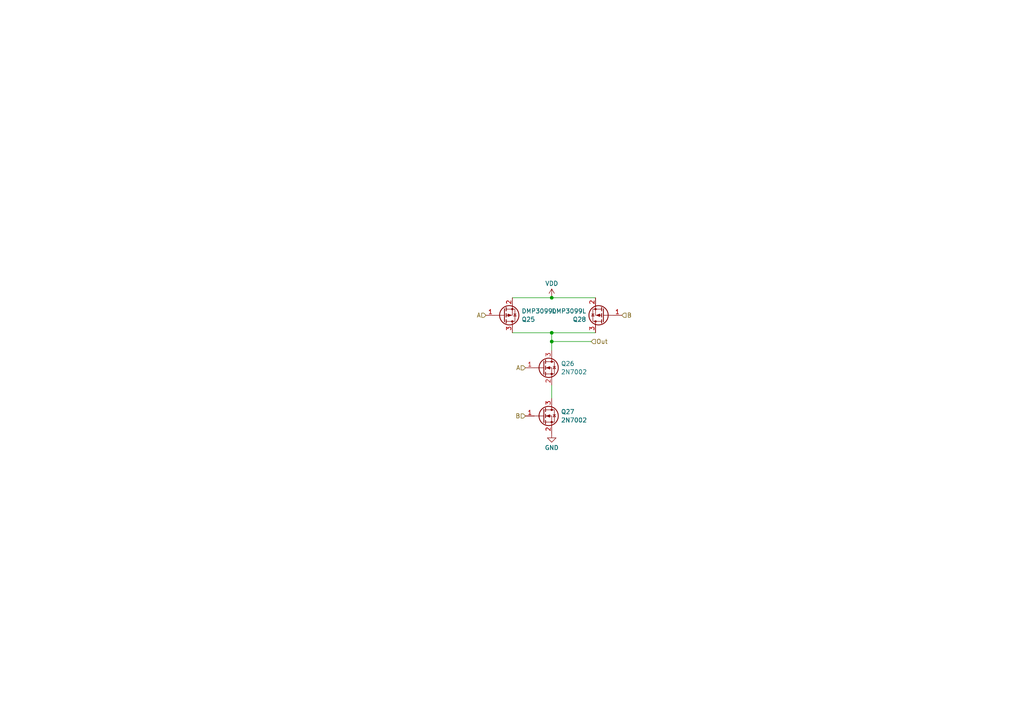
<source format=kicad_sch>
(kicad_sch (version 20250114) (generator "eeschema") (generator_version "9.0")
  (paper "A4")
  (lib_symbols
    (symbol "Transistor_FET:2N7002" (pin_names (offset 0) (hide yes))
      (property "Reference" "Q" (at 5.08 1.905 0))
      (property "Value" "2N7002" (at 5.08 0 0))
      (symbol "2N7002_0_1"
        (polyline (pts (xy 0.254 1.905) (xy 0.254 -1.905)) (stroke (width 0.254)))
        (polyline (pts (xy 0.254 0) (xy -2.54 0)))
        (polyline (pts (xy 0.762 2.286) (xy 0.762 1.27)) (stroke (width 0.254)))
        (polyline (pts (xy 0.762 0.508) (xy 0.762 -0.508)) (stroke (width 0.254)))
        (polyline (pts (xy 0.762 -1.27) (xy 0.762 -2.286)) (stroke (width 0.254)))
        (polyline (pts (xy 0.762 -1.778) (xy 3.302 -1.778) (xy 3.302 1.778) (xy 0.762 1.778)))
        (polyline (pts (xy 1.016 0) (xy 2.032 0.381) (xy 2.032 -0.381) (xy 1.016 0)) (fill (type outline)))
        (circle (center 1.651 0) (radius 2.794) (stroke (width 0.254)))
        (polyline (pts (xy 2.54 2.54) (xy 2.54 1.778)))
        (circle (center 2.54 1.778) (radius 0.254) (fill (type outline)))
        (circle (center 2.54 -1.778) (radius 0.254) (fill (type outline)))
        (polyline (pts (xy 2.54 -2.54) (xy 2.54 0) (xy 0.762 0)))
        (polyline (pts (xy 2.921 0.381) (xy 3.683 0.381)))
        (polyline (pts (xy 3.302 0.381) (xy 2.921 -0.254) (xy 3.683 -0.254) (xy 3.302 0.381)))
      )
      (symbol "2N7002_1_1"
        (pin input line (at -5.08 0 0) (length 2.54) (name "G") (number "1"))
        (pin passive line (at 2.54 5.08 270) (length 2.54) (name "D") (number "3"))
        (pin passive line (at 2.54 -5.08 90) (length 2.54) (name "S") (number "2"))
      )
    )
    (symbol "Transistor_FET:DMP3099L" (pin_names (offset 0) (hide yes))
      (property "Reference" "Q" (at 5.08 1.905 0))
      (property "Value" "DMP3099L" (at 5.08 0 0))
      (symbol "DMP3099L_0_1"
        (polyline (pts (xy 0.254 1.905) (xy 0.254 -1.905)) (stroke (width 0.254)))
        (polyline (pts (xy 0.254 0) (xy -2.54 0)))
        (polyline (pts (xy 0.762 2.286) (xy 0.762 1.27)) (stroke (width 0.254)))
        (polyline (pts (xy 0.762 1.778) (xy 3.302 1.778) (xy 3.302 -1.778) (xy 0.762 -1.778)))
        (polyline (pts (xy 0.762 0.508) (xy 0.762 -0.508)) (stroke (width 0.254)))
        (polyline (pts (xy 0.762 -1.27) (xy 0.762 -2.286)) (stroke (width 0.254)))
        (circle (center 1.651 0) (radius 2.794) (stroke (width 0.254)))
        (polyline (pts (xy 2.286 0) (xy 1.27 0.381) (xy 1.27 -0.381) (xy 2.286 0)) (fill (type outline)))
        (polyline (pts (xy 2.54 2.54) (xy 2.54 1.778)))
        (circle (center 2.54 1.778) (radius 0.254) (fill (type outline)))
        (circle (center 2.54 -1.778) (radius 0.254) (fill (type outline)))
        (polyline (pts (xy 2.54 -2.54) (xy 2.54 0) (xy 0.762 0)))
        (polyline (pts (xy 2.921 -0.381) (xy 3.683 -0.381)))
        (polyline (pts (xy 3.302 -0.381) (xy 2.921 0.254) (xy 3.683 0.254) (xy 3.302 -0.381)))
      )
      (symbol "DMP3099L_1_1"
        (pin input line (at -5.08 0 0) (length 2.54) (name "G") (number "1"))
        (pin passive line (at 2.54 5.08 270) (length 2.54) (name "D") (number "3"))
        (pin passive line (at 2.54 -5.08 90) (length 2.54) (name "S") (number "2"))
      )
    )
    (symbol "power:GND" (power) (pin_numbers (hide yes)) (pin_names (offset 0) (hide yes))
      (property "Value" "GND" (at 0 -3.81 0))
      (symbol "GND_0_1"
        (polyline (pts (xy 0 0) (xy 0 -1.27) (xy 1.27 -1.27) (xy 0 -2.54) (xy -1.27 -1.27) (xy 0 -1.27)))
      )
      (symbol "GND_1_1"
        (pin power_in line (at 0 0 270) (length 0) (name "~") (number "1"))
      )
    )
    (symbol "power:VDD" (power) (pin_numbers (hide yes)) (pin_names (offset 0) (hide yes))
      (property "Value" "VDD" (at 0 3.556 0))
      (symbol "VDD_0_1"
        (polyline (pts (xy -0.762 1.27) (xy 0 2.54)))
        (polyline (pts (xy 0 2.54) (xy 0.762 1.27)))
        (polyline (pts (xy 0 0) (xy 0 2.54)))
      )
      (symbol "VDD_1_1"
        (pin power_in line (at 0 0 90) (length 0) (name "~") (number "1"))
      )
    )
  )
  (junction (at 160.02 96.52))
  (junction (at 160.02 99.06))
  (junction (at 160.02 86.36))
  (wire (pts (xy 148.59 96.52) (xy 160.02 96.52)))
  (wire (pts (xy 160.02 96.52) (xy 172.72 96.52)))
  (wire (pts (xy 160.02 86.36) (xy 172.72 86.36)))
  (wire (pts (xy 160.02 99.06) (xy 160.02 101.6)))
  (wire (pts (xy 160.02 96.52) (xy 160.02 99.06)))
  (wire (pts (xy 148.59 86.36) (xy 160.02 86.36)))
  (wire (pts (xy 160.02 99.06) (xy 171.45 99.06)))
  (wire (pts (xy 160.02 111.76) (xy 160.02 115.57)))
  (hierarchical_label "B" (shape input) (at 152.4 120.65 180))
  (hierarchical_label "A" (shape input) (at 140.97 91.44 180))
  (hierarchical_label "A" (shape input) (at 152.4 106.68 180))
  (hierarchical_label "B" (shape input) (at 180.34 91.44 0))
  (hierarchical_label "Out" (shape input) (at 171.45 99.06 0))
  (symbol (lib_id "Transistor_FET:DMP3099L") (at 146.05 91.44 0) (mirror x) (unit 1)
    (property "Reference" "Q21" (at 151.257 92.6522 0) (effects (justify left)))
    (property "Value" "DMP3099L" (at 151.257 90.2279 0) (effects (justify left)))
    (property "Footprint" "Package_TO_SOT_SMD:SOT-23" (effects (hide yes)))
    (property "Datasheet" "https://www.diodes.com/assets/Datasheets/DMP3099L.pdf" (effects (hide yes)))
    (property "Description" "-3.8A Id, -30V Vds, P-Channel MOSFET, SOT-23" (effects (hide yes)))
    (instances (project "transistor-clock" (path "" (reference "Q25") (unit 1)) (path "" (reference "Q21") (unit 1)) (path "" (reference "Q451") (unit 1)) (path "" (reference "Q125") (unit 1)) (path "" (reference "Q455") (unit 1)) (path "" (reference "Q277") (unit 1)) (path "" (reference "Q273") (unit 1))))
  )
  (symbol (lib_id "Transistor_FET:2N7002") (at 157.48 120.65 0) (unit 1)
    (property "Reference" "Q23" (at 162.687 119.4378 0) (effects (justify left)))
    (property "Value" "2N7002" (at 162.687 121.8621 0) (effects (justify left)))
    (property "Footprint" "Package_TO_SOT_SMD:SOT-23" (effects (hide yes)))
    (property "Datasheet" "https://www.onsemi.com/pub/Collateral/NDS7002A-D.PDF" (effects (hide yes)))
    (property "Description" "0.115A Id, 60V Vds, N-Channel MOSFET, SOT-23" (effects (hide yes)))
    (instances (project "transistor-clock" (path "" (reference "Q27") (unit 1)) (path "" (reference "Q23") (unit 1)) (path "" (reference "Q453") (unit 1)) (path "" (reference "Q127") (unit 1)) (path "" (reference "Q457") (unit 1)) (path "" (reference "Q279") (unit 1)) (path "" (reference "Q275") (unit 1))))
  )
  (symbol (lib_id "power:GND") (at 160.02 125.73 0) (unit 1)
    (property "Reference" "#PWR019" (effects (hide yes)))
    (property "Value" "GND" (at 160.02 129.8631 0))
    (property "Description" "Power symbol creates a global label with name \"GND\" , ground" (effects (hide yes)))
    (instances (project "transistor-clock" (path "" (reference "#PWR021") (unit 1)) (path "" (reference "#PWR019") (unit 1)) (path "" (reference "#PWR0180") (unit 1)) (path "" (reference "#PWR056") (unit 1)) (path "" (reference "#PWR0183") (unit 1)) (path "" (reference "#PWR0111") (unit 1)) (path "" (reference "#PWR0108") (unit 1))))
  )
  (symbol (lib_id "power:VDD") (at 160.02 86.36 0) (unit 1)
    (property "Reference" "#PWR018" (effects (hide yes)))
    (property "Value" "VDD" (at 160.02 82.2269 0))
    (property "Description" "Power symbol creates a global label with name \"VDD\"" (effects (hide yes)))
    (instances (project "transistor-clock" (path "" (reference "#PWR020") (unit 1)) (path "" (reference "#PWR018") (unit 1)) (path "" (reference "#PWR0179") (unit 1)) (path "" (reference "#PWR055") (unit 1)) (path "" (reference "#PWR0182") (unit 1)) (path "" (reference "#PWR0110") (unit 1)) (path "" (reference "#PWR0107") (unit 1))))
  )
  (symbol (lib_id "Transistor_FET:2N7002") (at 157.48 106.68 0) (unit 1)
    (property "Reference" "Q22" (at 162.687 105.4678 0) (effects (justify left)))
    (property "Value" "2N7002" (at 162.687 107.8921 0) (effects (justify left)))
    (property "Footprint" "Package_TO_SOT_SMD:SOT-23" (effects (hide yes)))
    (property "Datasheet" "https://www.onsemi.com/pub/Collateral/NDS7002A-D.PDF" (effects (hide yes)))
    (property "Description" "0.115A Id, 60V Vds, N-Channel MOSFET, SOT-23" (effects (hide yes)))
    (instances (project "transistor-clock" (path "" (reference "Q26") (unit 1)) (path "" (reference "Q22") (unit 1)) (path "" (reference "Q452") (unit 1)) (path "" (reference "Q126") (unit 1)) (path "" (reference "Q456") (unit 1)) (path "" (reference "Q278") (unit 1)) (path "" (reference "Q274") (unit 1))))
  )
  (symbol (lib_id "Transistor_FET:DMP3099L") (at 175.26 91.44 180) (unit 1)
    (property "Reference" "Q24" (at 170.053 92.6522 0) (effects (justify left)))
    (property "Value" "DMP3099L" (at 170.053 90.2279 0) (effects (justify left)))
    (property "Footprint" "Package_TO_SOT_SMD:SOT-23" (effects (hide yes)))
    (property "Datasheet" "https://www.diodes.com/assets/Datasheets/DMP3099L.pdf" (effects (hide yes)))
    (property "Description" "-3.8A Id, -30V Vds, P-Channel MOSFET, SOT-23" (effects (hide yes)))
    (instances (project "transistor-clock" (path "" (reference "Q28") (unit 1)) (path "" (reference "Q24") (unit 1)) (path "" (reference "Q454") (unit 1)) (path "" (reference "Q128") (unit 1)) (path "" (reference "Q458") (unit 1)) (path "" (reference "Q280") (unit 1)) (path "" (reference "Q276") (unit 1))))
  )
)
</source>
